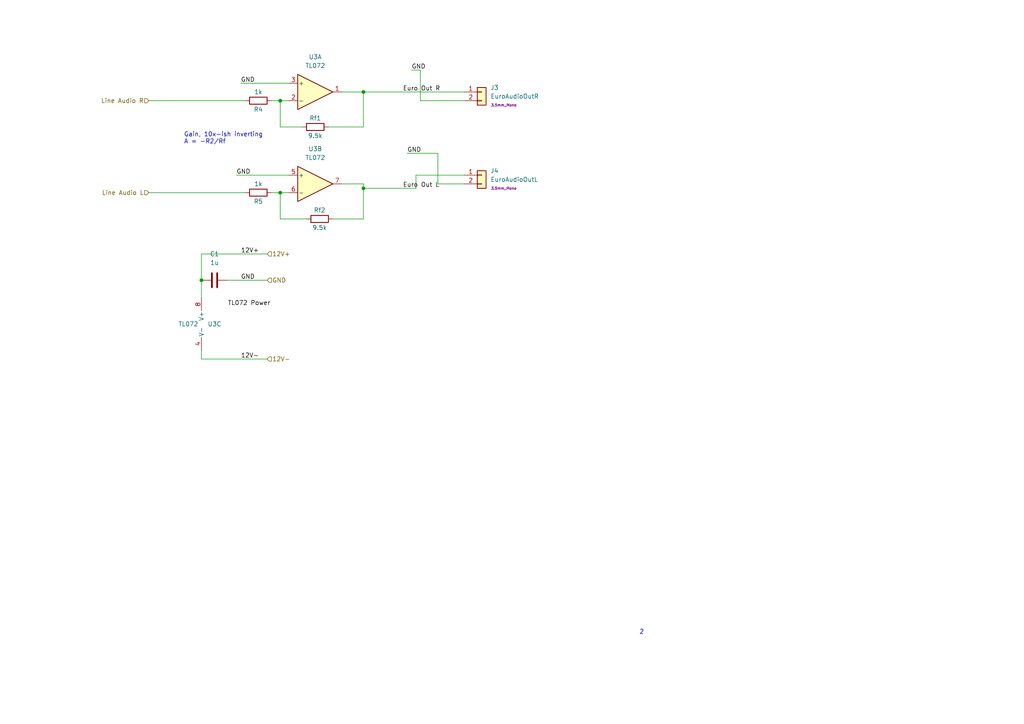
<source format=kicad_sch>
(kicad_sch (version 20250114) (generator "eeschema") (generator_version "9.0")
  (paper "A4")
  (title_block (title "Daisy Seed FM Synth Eurorack Module"))
  (lib_symbols
    (symbol "Amplifier_Operational:TL072" (pin_names (offset 0.127))
      (property "Reference" "U" (at 0 5.08 0))
      (property "Value" "TL072" (at 0 -5.08 0))
      (symbol "TL072_1_1"
        (polyline (pts (xy -5.08 5.08) (xy 5.08 0) (xy -5.08 -5.08) (xy -5.08 5.08)) (stroke (width 0.254)) (fill (type background)))
        (pin input line (at -7.62 2.54 0) (length 2.54) (name "+") (number "3"))
        (pin input line (at -7.62 -2.54 0) (length 2.54) (name "-") (number "2"))
        (pin output line (at 7.62 0 180) (length 2.54) (name "~") (number "1"))
      )
      (symbol "TL072_2_1"
        (polyline (pts (xy -5.08 5.08) (xy 5.08 0) (xy -5.08 -5.08) (xy -5.08 5.08)) (stroke (width 0.254)) (fill (type background)))
        (pin input line (at -7.62 2.54 0) (length 2.54) (name "+") (number "5"))
        (pin input line (at -7.62 -2.54 0) (length 2.54) (name "-") (number "6"))
        (pin output line (at 7.62 0 180) (length 2.54) (name "~") (number "7"))
      )
      (symbol "TL072_3_1"
        (pin power_in line (at -2.54 7.62 270) (length 3.81) (name "V+") (number "8"))
        (pin power_in line (at -2.54 -7.62 90) (length 3.81) (name "V-") (number "4"))
      )
    )
    (symbol "Connector_Generic:Conn_01x02" (pin_names (offset 1.016) (hide yes))
      (property "Reference" "J" (at 0 2.54 0))
      (property "Value" "Conn_01x02" (at 0 -5.08 0))
      (symbol "Conn_01x02_1_1"
        (rectangle (start -1.27 1.27) (end 1.27 -3.81) (stroke (width 0.254)) (fill (type background)))
        (rectangle (start -1.27 0.127) (end 0 -0.127) (stroke (width 0.1524)))
        (rectangle (start -1.27 -2.413) (end 0 -2.667) (stroke (width 0.1524)))
        (pin passive line (at -5.08 0 0) (length 3.81) (name "Pin_1") (number "1"))
        (pin passive line (at -5.08 -2.54 0) (length 3.81) (name "Pin_2") (number "2"))
      )
    )
    (symbol "Device:C" (pin_numbers (hide yes)) (pin_names (offset 0.254))
      (property "Reference" "C" (at 0.635 2.54 0))
      (property "Value" "C" (at 0.635 -2.54 0))
      (symbol "C_0_1"
        (polyline (pts (xy -2.032 0.762) (xy 2.032 0.762)) (stroke (width 0.508)))
        (polyline (pts (xy -2.032 -0.762) (xy 2.032 -0.762)) (stroke (width 0.508)))
      )
      (symbol "C_1_1"
        (pin passive line (at 0 3.81 270) (length 2.794) (name "~") (number "1"))
        (pin passive line (at 0 -3.81 90) (length 2.794) (name "~") (number "2"))
      )
    )
    (symbol "Device:R" (pin_numbers (hide yes)) (pin_names (offset 0))
      (property "Reference" "R" (at 2.032 0 90))
      (property "Value" "R" (at 0 0 90))
      (symbol "R_0_1"
        (rectangle (start -1.016 -2.54) (end 1.016 2.54) (stroke (width 0.254)))
      )
      (symbol "R_1_1"
        (pin passive line (at 0 3.81 270) (length 1.27) (name "~") (number "1"))
        (pin passive line (at 0 -3.81 90) (length 1.27) (name "~") (number "2"))
      )
    )
  )
  (text "2" (at 185.42 184.15 0) (effects (font (size 1.27 1.27)) (justify left bottom)))
  (text "Gain, 10x-ish inverting\nA = -R2/Rf" (at 53.34 41.91 0) (effects (font (size 1.27 1.27)) (justify left bottom)))
  (junction (at 105.41 26.67))
  (junction (at 105.41 54.61))
  (junction (at 58.42 81.28))
  (junction (at 81.28 29.21))
  (junction (at 81.28 55.88))
  (wire (pts (xy 105.41 26.67) (xy 105.41 36.83)))
  (wire (pts (xy 81.28 63.5) (xy 88.9 63.5)))
  (wire (pts (xy 78.74 29.21) (xy 81.28 29.21)))
  (wire (pts (xy 96.52 63.5) (xy 105.41 63.5)))
  (wire (pts (xy 121.92 29.21) (xy 134.62 29.21)))
  (wire (pts (xy 134.62 53.34) (xy 127 53.34)))
  (wire (pts (xy 81.28 29.21) (xy 83.82 29.21)))
  (wire (pts (xy 95.25 36.83) (xy 105.41 36.83)))
  (wire (pts (xy 105.41 54.61) (xy 105.41 53.34)))
  (wire (pts (xy 105.41 26.67) (xy 134.62 26.67)))
  (wire (pts (xy 105.41 63.5) (xy 105.41 54.61)))
  (wire (pts (xy 134.62 50.8) (xy 120.65 50.8)))
  (wire (pts (xy 58.42 81.28) (xy 58.42 86.36)))
  (wire (pts (xy 105.41 54.61) (xy 120.65 54.61)))
  (wire (pts (xy 127 44.45) (xy 127 53.34)))
  (wire (pts (xy 71.12 29.21) (xy 43.18 29.21)))
  (wire (pts (xy 99.06 53.34) (xy 105.41 53.34)))
  (wire (pts (xy 69.85 24.13) (xy 83.82 24.13)))
  (wire (pts (xy 78.74 55.88) (xy 81.28 55.88)))
  (wire (pts (xy 68.58 50.8) (xy 83.82 50.8)))
  (wire (pts (xy 58.42 73.66) (xy 77.47 73.66)))
  (wire (pts (xy 121.92 20.32) (xy 121.92 29.21)))
  (wire (pts (xy 58.42 101.6) (xy 58.42 104.14)))
  (wire (pts (xy 119.38 20.32) (xy 121.92 20.32)))
  (wire (pts (xy 81.28 55.88) (xy 81.28 63.5)))
  (wire (pts (xy 120.65 50.8) (xy 120.65 54.61)))
  (wire (pts (xy 43.18 55.88) (xy 71.12 55.88)))
  (wire (pts (xy 118.11 44.45) (xy 127 44.45)))
  (wire (pts (xy 99.06 26.67) (xy 105.41 26.67)))
  (wire (pts (xy 58.42 73.66) (xy 58.42 81.28)))
  (wire (pts (xy 81.28 36.83) (xy 87.63 36.83)))
  (wire (pts (xy 81.28 55.88) (xy 83.82 55.88)))
  (wire (pts (xy 81.28 36.83) (xy 81.28 29.21)))
  (wire (pts (xy 58.42 104.14) (xy 77.47 104.14)))
  (wire (pts (xy 66.04 81.28) (xy 77.47 81.28)))
  (label "Euro Out L" (at 116.84 54.61 0))
  (label "GND" (at 118.11 44.45 0))
  (label "GND" (at 69.85 24.13 0))
  (label "TL072 Power" (at 66.04 88.9 0))
  (label "GND" (at 69.85 81.28 0))
  (label "12V-" (at 69.85 104.14 0))
  (label "12V+" (at 69.85 73.66 0))
  (label "GND" (at 119.38 20.32 0))
  (label "Euro Out R" (at 116.84 26.67 0))
  (label "GND" (at 68.58 50.8 0))
  (hierarchical_label "Line Audio R" (shape input) (at 43.18 29.21 180))
  (hierarchical_label "12V+" (shape input) (at 77.47 73.66 0))
  (hierarchical_label "Line Audio L" (shape input) (at 43.18 55.88 180))
  (hierarchical_label "12V-" (shape input) (at 77.47 104.14 0))
  (hierarchical_label "GND" (shape input) (at 77.47 81.28 0))
  (symbol (lib_id "Connector_Generic:Conn_01x02") (at 139.7 50.8 0) (unit 1) (exclude_from_sim yes)
    (property "Reference" "J4" (at 142.24 49.53 0) (effects (justify left)))
    (property "Value" "EuroAudioOutL" (at 142.24 52.07 0) (effects (justify left)))
    (property "Footprint" "Connector_Wire:SolderWire-0.5sqmm_1x02_P4.6mm_D0.9mm_OD2.1mm" (effects (hide yes)))
    (property "Specifications" "Audio 3.5mm Jack, mono, switched, PC-pin Vertical" (effects (hide yes)))
    (property "Manufacturer" "Wenzhou QingPu Electronics Co" (effects (hide yes)))
    (property "Part Number" "WQP-WQP518MA" (effects (hide yes)))
    (property "Display" "3.5mm_Mono" (at 142.24 54.61 0) (effects (font (size 0.762 0.762) (bold yes) (italic yes)) (justify left)))
    (instances (project "SeedFmSynth" (path "" (reference "J4") (unit 1))) (project "opampSim" (path "" (reference "J?") (unit 1))))
  )
  (symbol (lib_id "Amplifier_Operational:TL072") (at 91.44 53.34 0) (unit 2)
    (property "Reference" "U3" (at 91.44 43.18 0))
    (property "Value" "TL072" (at 91.44 45.72 0))
    (property "Footprint" "Package_DIP:DIP-8_W7.62mm_Socket" (effects (hide yes)))
    (property "Datasheet" "http://www.ti.com/lit/ds/symlink/tl071.pdf" (effects (hide yes)))
    (property "Sim.Library" "/Users/stjohn/Documents/KiCad/7.0/3rdparty/spice/TL072-dual.lib" (effects (hide yes)))
    (property "Sim.Name" "TL072c" (effects (hide yes)))
    (property "Sim.Device" "SUBCKT" (effects (hide yes)))
    (property "Sim.Pins" "1=1out 2=1in- 3=1in+ 4=vcc- 5=2in+ 6=2in- 7=2out 8=vcc+" (effects (hide yes)))
    (instances (project "SeedFmSynth" (path "" (reference "U3") (unit 2))) (project "opampSim" (path "" (reference "U?") (unit 2))))
  )
  (symbol (lib_id "Device:R") (at 91.44 36.83 90) (unit 1)
    (property "Reference" "Rf1" (at 91.44 34.29 90))
    (property "Value" "9.5k" (at 91.44 39.37 90))
    (property "Footprint" "Resistor_THT:R_Axial_DIN0204_L3.6mm_D1.6mm_P2.54mm_Vertical" (effects (hide yes)))
    (instances (project "SeedFmSynth" (path "" (reference "Rf1") (unit 1))) (project "opampSim" (path "" (reference "Rf?") (unit 1))))
  )
  (symbol (lib_id "Amplifier_Operational:TL072") (at 60.96 93.98 0) (unit 3)
    (property "Reference" "U3" (at 62.23 93.98 0))
    (property "Value" "TL072" (at 54.61 93.98 0))
    (property "Footprint" "Package_DIP:DIP-8_W7.62mm_Socket" (effects (hide yes)))
    (property "Datasheet" "http://www.ti.com/lit/ds/symlink/tl071.pdf" (effects (hide yes)))
    (property "Sim.Library" "/Users/stjohn/Documents/KiCad/7.0/3rdparty/spice/TL072-dual.lib" (effects (hide yes)))
    (property "Sim.Name" "TL072c" (effects (hide yes)))
    (property "Sim.Device" "SUBCKT" (effects (hide yes)))
    (property "Sim.Pins" "1=1out 2=1in- 3=1in+ 4=vcc- 5=2in+ 6=2in- 7=2out 8=vcc+" (effects (hide yes)))
    (instances (project "SeedFmSynth" (path "" (reference "U3") (unit 3))) (project "opampSim" (path "" (reference "U?") (unit 3))))
  )
  (symbol (lib_id "Device:R") (at 74.93 29.21 90) (unit 1)
    (property "Reference" "R4" (at 74.93 31.75 90))
    (property "Value" "1k" (at 74.93 26.67 90))
    (property "Footprint" "Resistor_THT:R_Axial_DIN0204_L3.6mm_D1.6mm_P2.54mm_Vertical" (effects (hide yes)))
    (instances (project "SeedFmSynth" (path "" (reference "R4") (unit 1))) (project "opampSim" (path "" (reference "R?") (unit 1))))
  )
  (symbol (lib_id "Connector_Generic:Conn_01x02") (at 139.7 26.67 0) (unit 1) (exclude_from_sim yes)
    (property "Reference" "J3" (at 142.24 25.4 0) (effects (justify left)))
    (property "Value" "EuroAudioOutR" (at 142.24 27.94 0) (effects (justify left)))
    (property "Footprint" "Connector_Wire:SolderWire-0.5sqmm_1x02_P4.6mm_D0.9mm_OD2.1mm" (effects (hide yes)))
    (property "Specifications" "Audio 3.5mm Jack, mono, switched, PC-pin Vertical" (effects (hide yes)))
    (property "Manufacturer" "Wenzhou QingPu Electronics Co" (effects (hide yes)))
    (property "Part Number" "WQP-WQP518MA" (effects (hide yes)))
    (property "Display" "3.5mm_Mono" (at 142.24 30.48 0) (effects (font (size 0.762 0.762) (bold yes) (italic yes)) (justify left)))
    (instances (project "SeedFmSynth" (path "" (reference "J3") (unit 1))) (project "opampSim" (path "" (reference "J?") (unit 1))))
  )
  (symbol (lib_id "Amplifier_Operational:TL072") (at 91.44 26.67 0) (unit 1)
    (property "Reference" "U3" (at 91.44 16.51 0))
    (property "Value" "TL072" (at 91.44 19.05 0))
    (property "Footprint" "Package_DIP:DIP-8_W7.62mm_Socket" (effects (hide yes)))
    (property "Datasheet" "http://www.ti.com/lit/ds/symlink/tl071.pdf" (effects (hide yes)))
    (property "Sim.Library" "/Users/stjohn/Documents/KiCad/7.0/3rdparty/spice/TL072-dual.lib" (effects (hide yes)))
    (property "Sim.Name" "TL072c" (effects (hide yes)))
    (property "Sim.Device" "SUBCKT" (effects (hide yes)))
    (property "Sim.Pins" "1=1out 2=1in- 3=1in+ 4=vcc- 5=2in+ 6=2in- 7=2out 8=vcc+" (effects (hide yes)))
    (instances (project "SeedFmSynth" (path "" (reference "U3") (unit 1))) (project "opampSim" (path "" (reference "U?") (unit 1))))
  )
  (symbol (lib_id "Device:R") (at 74.93 55.88 270) (unit 1)
    (property "Reference" "R5" (at 74.93 58.42 90))
    (property "Value" "1k" (at 74.93 53.34 90))
    (property "Footprint" "Resistor_THT:R_Axial_DIN0204_L3.6mm_D1.6mm_P2.54mm_Vertical" (effects (hide yes)))
    (instances (project "SeedFmSynth" (path "" (reference "R5") (unit 1))) (project "opampSim" (path "" (reference "R?") (unit 1))))
  )
  (symbol (lib_id "Device:R") (at 92.71 63.5 90) (unit 1)
    (property "Reference" "Rf2" (at 92.71 60.96 90))
    (property "Value" "9.5k" (at 92.71 66.04 90))
    (property "Footprint" "Resistor_THT:R_Axial_DIN0204_L3.6mm_D1.6mm_P2.54mm_Vertical" (effects (hide yes)))
    (instances (project "SeedFmSynth" (path "" (reference "Rf2") (unit 1))) (project "opampSim" (path "" (reference "Rf?") (unit 1))))
  )
  (symbol (lib_id "Device:C") (at 62.23 81.28 90) (unit 1)
    (property "Reference" "C1" (at 62.23 73.66 90))
    (property "Value" "1u" (at 62.23 76.2 90))
    (property "Footprint" "Capacitor_THT:C_Disc_D3.0mm_W1.6mm_P2.50mm" (effects (hide yes)))
    (instances (project "SeedFmSynth" (path "" (reference "C1") (unit 1))) (project "opampSim" (path "" (reference "C?") (unit 1))))
  )
)
</source>
